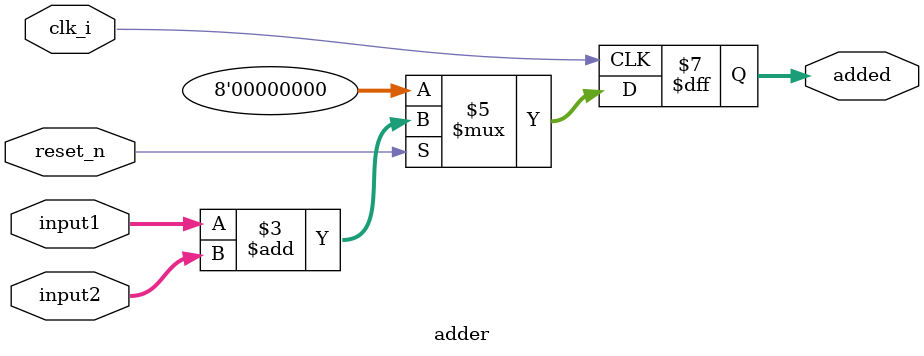
<source format=v>
module adder(
    input      reset_n,
    input      clk_i,
	input      [3:0] input1,
	input      [3:0] input2,
	output reg [7:0] added
);

always @( posedge clk_i ) begin
	if( !reset_n ) begin
		added <= 0;
	end
	else begin
		added <= input1 + input2;
	end
end
endmodule
</source>
